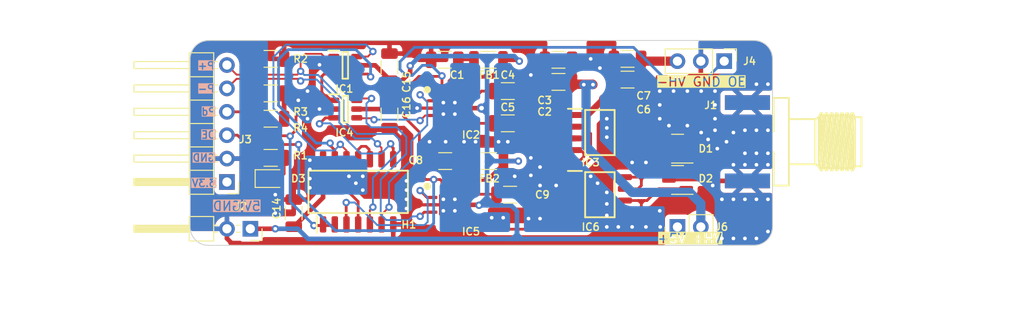
<source format=kicad_pcb>
(kicad_pcb (version 20221018) (generator pcbnew)
  (title_block (date "2024-02-11"))
  (layers (0 "F.Cu" signal) (31 "B.Cu" signal) (34 "B.Paste" user) (35 "F.Paste" user) (36 "B.SilkS" user "B.Silkscreen") (37 "F.SilkS" user "F.Silkscreen") (38 "B.Mask" user) (39 "F.Mask" user) (44 "Edge.Cuts" user))
  (net 0 "")
  (net 1 "GND")
  (net 2 "Net-(IC2-VDD1)")
  (net 3 "+5V")
  (net 4 "Net-(IC2-OUTA)")
  (net 5 "Net-(IC3-GP)")
  (net 6 "Net-(IC2-OUTB)")
  (net 7 "Net-(IC3-GN)")
  (net 8 "Net-(IC5-VDD1)")
  (net 9 "Net-(IC5-OUTA)")
  (net 10 "Net-(IC6-GP)")
  (net 11 "Net-(IC3-DP_1)")
  (net 12 "Net-(D1-A)")
  (net 13 "Net-(D1-K-Pad3)")
  (net 14 "Net-(IC6-DP_1)")
  (net 15 "Net-(D2-A)")
  (net 16 "Net-(D3-A)")
  (net 17 "Pdamp")
  (net 18 "DAMP")
  (net 19 "Net-(H1-2A)")
  (net 20 "P+")
  (net 21 "PULSE+")
  (net 22 "_PULSE-")
  (net 23 "P-")
  (net 24 "Net-(H1-3B)")
  (net 25 "Net-(H1-4A)")
  (net 26 "PULSE-")
  (net 27 "OE")
  (net 28 "~{DAMP}")
  (net 29 "Net-(IC5-OUTB)")
  (net 30 "+3.3V")
  (net 31 "-HV")
  (net 32 "+HV")
  (footprint "Connector_PinHeader_2.54mm:PinHeader_1x03_P2.54mm_Vertical" (layer "F.Cu") (at 156.75 66.75 -90)
    (fp_text reference "J4")
    (fp_text value "Conn_01x03_Pin")
  )
  (footprint "PMOD_PULSER:SN74LVC2G04DBV" (layer "F.Cu") (at 115.6 67.2)
    (fp_text reference "IC1")
    (fp_text value "SN74LVC2G04DBVT" hide)
  )
  (footprint "Capacitor_SMD:C_1206_3216Metric" (layer "F.Cu") (at 133.25 73.5)
    (fp_text reference "C5")
    (fp_text value "10nF")
  )
  (footprint "Resistor_SMD:R_1206_3216Metric" (layer "F.Cu") (at 107.5 70.25)
    (fp_text reference "R3")
    (fp_text value "10K")
  )
  (footprint "Capacitor_SMD:C_1206_3216Metric" (layer "F.Cu") (at 146.25 68.75)
    (fp_text reference "C6")
    (fp_text value "1uF")
  )
  (footprint "Package_TO_SOT_SMD:SOT-23" (layer "F.Cu") (at 151.6875 79.65 180)
    (fp_text reference "D2")
    (fp_text value "BAV99")
  )
  (footprint "Capacitor_SMD:C_1206_3216Metric" (layer "F.Cu") (at 146.25 66.5)
    (fp_text reference "C7")
    (fp_text value "100nF")
  )
  (footprint "PMOD_PULSER:MD1213" (layer "F.Cu") (at 126.9 71.85)
    (fp_text reference "IC2")
    (fp_text value "MD1213K6-G" hide)
  )
  (footprint "Package_TO_SOT_SMD:SOT-23" (layer "F.Cu") (at 151.6875 76.25 180)
    (fp_text reference "D1")
    (fp_text value "BAV99")
  )
  (footprint "Capacitor_SMD:C_1206_3216Metric" (layer "F.Cu") (at 120.4 67.4 90)
    (fp_text reference "C15")
    (fp_text value "100nF")
  )
  (footprint "PMOD_PULSER:AMPHENOL_132357-11" (layer "F.Cu") (at 160.85 75.5 180)
    (fp_text reference "J1")
    (fp_text value "AMPHENOL_132357-11" hide)
  )
  (footprint "Capacitor_SMD:C_1206_3216Metric" (layer "F.Cu") (at 133.25 70)
    (fp_text reference "C4")
    (fp_text value "10nF")
  )
  (footprint "Inductor_SMD:L_1206_3216Metric" (layer "F.Cu") (at 131.2 77.6 180)
    (fp_text reference "FB2")
    (fp_text value "120Ohm 3 A")
  )
  (footprint "Inductor_SMD:L_1206_3216Metric" (layer "F.Cu") (at 131.15 66.6 180)
    (fp_text reference "FB1")
    (fp_text value "120Ohm 3 A")
  )
  (footprint "Capacitor_SMD:C_1206_3216Metric" (layer "F.Cu") (at 110 83.25 90)
    (fp_text reference "C14")
    (fp_text value "100nF")
  )
  (footprint "Connector_PinHeader_2.54mm:PinHeader_1x02_P2.54mm_Vertical" (layer "F.Cu") (at 151.67 84.75 90)
    (fp_text reference "J6")
    (fp_text value "Conn_01x02_Pin")
  )
  (footprint "Resistor_SMD:R_1206_3216Metric" (layer "F.Cu") (at 107.5 66.5)
    (fp_text reference "R2")
    (fp_text value "10K")
  )
  (footprint "Resistor_SMD:R_1206_3216Metric" (layer "F.Cu") (at 107.5 73)
    (fp_text reference "R4")
    (fp_text value "10K")
  )
  (footprint "Capacitor_SMD:C_1206_3216Metric" (layer "F.Cu") (at 133.5 81.25)
    (fp_text reference "C9")
    (fp_text value "10nF")
  )
  (footprint "Connector_PinHeader_2.54mm:PinHeader_2x01_P2.54mm_Horizontal" (layer "F.Cu") (at 105.29 84.95 180)
    (fp_text reference "J2")
    (fp_text value "Conn_01x02")
  )
  (footprint "Capacitor_SMD:C_1206_3216Metric" (layer "F.Cu") (at 138.75 69)
    (fp_text reference "C2")
    (fp_text value "1uF")
  )
  (footprint "Capacitor_SMD:C_1206_3216Metric" (layer "F.Cu") (at 120.4 72.55 -90)
    (fp_text reference "C16")
    (fp_text value "100nF")
  )
  (footprint "PMOD_PULSER:SOIC127P600X175-8N" (layer "F.Cu") (at 143.25 81.25)
    (fp_text reference "IC6")
    (fp_text value "TC6320TG-G" hide)
  )
  (footprint "PMOD_PULSER:SOIC127P600X175-8N" (layer "F.Cu") (at 143.25 74.5)
    (fp_text reference "IC3")
    (fp_text value "TC6320TG-G" hide)
  )
  (footprint "Capacitor_SMD:C_1206_3216Metric" (layer "F.Cu") (at 126.45 77.6)
    (fp_text reference "C8")
    (fp_text value "100nF")
  )
  (footprint "PMOD_PULSER:SOIC127P780X190-14N" (layer "F.Cu") (at 117 80.938 90)
    (fp_text reference "H1")
    (fp_text value "TC74VHC08F_EL,K,F_" hide)
  )
  (footprint "Capacitor_SMD:C_1206_3216Metric" (layer "F.Cu") (at 138.75 66.6)
    (fp_text reference "C3")
    (fp_text value "100nF")
  )
  (footprint "Resistor_SMD:R_1206_3216Metric" (layer "F.Cu") (at 107.5 77.25)
    (fp_text reference "R1")
    (fp_text value "1K")
  )
  (footprint "Diode_SMD:D_0805_2012Metric" (layer "F.Cu") (at 107.5 79.5)
    (fp_text reference "D3")
    (fp_text value "LED_Filled")
  )
  (footprint "Connector_PinHeader_2.54mm:PinHeader_1x06_P2.54mm_Horizontal" (layer "F.Cu") (at 102.75 79.87 180)
    (fp_text reference "J3")
    (fp_text value "Conn_01x06")
  )
  (footprint "Capacitor_SMD:C_1206_3216Metric" (layer "F.Cu") (at 126.4 66.6)
    (fp_text reference "C1")
    (fp_text value "100nF")
  )
  (footprint "PMOD_PULSER:SN74LVC2G04DBV" (layer "F.Cu") (at 115.6 71.95)
    (fp_text reference "IC4")
    (fp_text value "SN74LVC2G04DBVT" hide)
  )
  (footprint "PMOD_PULSER:MD1213" (layer "F.Cu") (at 126.9 82.35)
    (fp_text reference "IC5")
    (fp_text value "MD1213K6-G" hide)
  )
  (gr_arc (start 160 64.5) (mid 161.414212 65.085787) (end 161.999998 66.5) (stroke (width 0.1)) (layer "Edge.Cuts"))
  (gr_arc (start 100.75 86.75) (mid 99.338923 86.167351) (end 98.750001 84.758881) (stroke (width 0.1)) (layer "Edge.Cuts"))
  (gr_line (start 160 86.75) (end 100.75 86.75) (stroke (width 0.1)) (layer "Edge.Cuts"))
  (gr_line (start 98.750001 84.758881) (end 98.75 66.5) (stroke (width 0.1)) (layer "Edge.Cuts"))
  (gr_line (start 100.75 64.5) (end 160 64.5) (stroke (width 0.1)) (layer "Edge.Cuts"))
  (gr_arc (start 162 84.750002) (mid 161.414213 86.164214) (end 160 86.75) (stroke (width 0.1)) (layer "Edge.Cuts"))
  (gr_arc (start 98.75 66.5) (mid 99.335786 65.085786) (end 100.75 64.5) (stroke (width 0.1)) (layer "Edge.Cuts"))
  (gr_line (start 161.999998 66.5) (end 162 84.750002) (stroke (width 0.1)) (layer "Edge.Cuts"))
  (gr_text "P+" (at 100.5 67.25) (layer "B.SilkS" knockout) (effects (font (size 0.8 0.8)) (justify mirror)))
  (gr_text "GND" (at 102.75 82.5) (layer "B.SilkS" knockout) (effects (font (size 1 1)) (justify mirror)))
  (gr_text "Pd" (at 100.75 72.25) (layer "B.SilkS" knockout) (effects (font (size 0.8 0.8)) (justify mirror)))
  (gr_text "5V" (at 105.5 82.5) (layer "B.SilkS" knockout) (effects (font (size 1 1)) (justify mirror)))
  (gr_text "GND" (at 100.25 77.25) (layer "B.SilkS" knockout) (effects (font (size 0.8 0.8)) (justify mirror)))
  (gr_text "OE" (at 100.75 74.75) (layer "B.SilkS" knockout) (effects (font (size 0.8 0.8)) (justify mirror)))
  (gr_text "3.3V" (at 100.25 80) (layer "B.SilkS" knockout) (effects (font (size 0.8 0.8)) (justify mirror)))
  (gr_text "P-" (at 100.5 69.75) (layer "B.SilkS" knockout) (effects (font (size 0.8 0.8)) (justify mirror)))
  (gr_text "-HV GND OE" (at 154.25 69) (layer "F.SilkS" knockout) (effects (font (size 1 1))))
  (gr_text "+5V +HV" (at 153 86) (layer "F.SilkS" knockout) (effects (font (size 1 1))))
  (segment (start 126.1 83.15) (end 126.875 82.375) (width 0.5) (layer "F.Cu") (net 1))
  (segment (start 127.7 84.2) (end 127.7 85.75) (width 0.35) (layer "F.Cu") (net 1))
  (segment (start 126.1 73.7) (end 126.1 75.25) (width 0.35) (layer "F.Cu") (net 1))
  (segment (start 125.05 82.35) (end 123.375 82.35) (width 0.35) (layer "F.Cu") (net 1))
  (segment (start 127.7 84.2) (end 127.7 83.15) (width 0.35) (layer "F.Cu") (net 1))
  (segment (start 119.05 64.75) (end 117.55 64.75) (width 0.5) (layer "F.Cu") (net 1))
  (segment (start 108.9625 70.25) (end 108.9625 73) (width 0.5) (layer "F.Cu") (net 1))
  (segment (start 120.4 64.8) (end 120.45 64.75) (width 0.5) (layer "F.Cu") (net 1))
  (segment (start 127.7 73.7) (end 127.7 72.65) (width 0.35) (layer "F.Cu") (net 1))
  (segment (start 120.475 74.025) (end 122.15 75.7) (width 0.5) (layer "F.Cu") (net 1))
  (segment (start 122.65 64.75) (end 122.8 64.9) (width 0.5) (layer "F.Cu") (net 1))
  (segment (start 126.9 84.2) (end 126.9 85.75) (width 0.35) (layer "F.Cu") (net 1))
  (segment (start 103.25 86.55) (end 106.89 86.55) (width 0.4) (layer "F.Cu") (net 1))
  (segment (start 135.75 68) (end 135.875 68) (width 0.3) (layer "F.Cu") (net 1))
  (segment (start 126.1 84.2) (end 126.1 83.15) (width 0.35) (layer "F.Cu") (net 1))
  (segment (start 143 66.5) (end 144.775 66.5) (width 0.5) (layer "F.Cu") (net 1))
  (segment (start 120.4 74.025) (end 120.475 74.025) (width 0.5) (layer "F.Cu") (net 1))
  (segment (start 119.05 64.75) (end 122.65 64.75) (width 0.5) (layer "F.Cu") (net 1))
  (segment (start 120.4 65.925) (end 120.4 64.8) (width 0.5) (layer "F.Cu") (net 1))
  (segment (start 123.375 82.35) (end 123.325 82.4) (width 0.3) (layer "F.Cu") (net 1))
  (segment (start 126.9 73.7) (end 126.9 72.65) (width 0.35) (layer "F.Cu") (net 1))
  (segment (start 126.1 84.2) (end 126.1 85.75) (width 0.35) (layer "F.Cu") (net 1))
  (segment (start 112.85 67.2) (end 112.8 67.15) (width 0.3) (layer "F.Cu") (net 1))
  (segment (start 159.275 79.75) (end 156 79.75) (width 0.5) (layer "F.Cu") (net 1))
  (segment (start 102.75 86) (end 103.25 86.5) (width 0.5) (layer "F.Cu") (net 1))
  (segment (start 126.1 73.7) (end 126.1 72.65) (width 0.35) (layer "F.Cu") (net 1))
  (segment (start 126.9 73.7) (end 126.9 75.25) (width 0.35) (layer "F.Cu") (net 1))
  (segment (start 120.0875 74.2) (end 117.7125 74.2) (width 0.5) (layer "F.Cu") (net 1))
  (segment (start 120.45 64.75) (end 119.05 64.75) (width 0.5) (layer "F.Cu") (net 1))
  (segment (start 117.55 64.75) (end 117.45 64.85) (width 0.5) (layer "F.Cu") (net 1))
  (segment (start 126.3 82.35) (end 125.25 82.35) (width 0.35) (layer "F.Cu") (net 1))
  (segment (start 102.75 84.95) (end 102.75 86) (width 0.5) (layer "F.Cu") (net 1))
  (segment (start 125.05 71.85) (end 126.1 71.85) (width 0.35) (layer "F.Cu") (net 1))
  (segment (start 126.9 84.2) (end 126.9 83.15) (width 0.35) (layer "F.Cu") (net 1))
  (segment (start 114.35 71.95) (end 112.8 71.95) (width 0.5) (layer "F.Cu") (net 1))
  (segment (start 125.05 71.85) (end 123.4 71.85) (width 0.35) (layer "F.Cu") (net 1))
  (segment (start 156 79.75) (end 155.5 80.25) (width 0.5) (layer "F.Cu") (net 1))
  (segment (start 127.7 73.7) (end 127.7 75.25) (width 0.35) (layer "F.Cu") (net 1))
  (segment (start 140.538 81.885) (end 140.135 81.885) (width 0.3) (layer "F.Cu") (net 1))
  (segment (start 126.875 82.375) (end 126.9 82.35) (width 0.5) (layer "F.Cu") (net 1))
  (segment (start 114.35 67.2) (end 112.85 67.2) (width 0.5) (layer "F.Cu") (net 1))
  (via (at 149.8 84.75) (size 0.8) (drill 0.4) (layers "F.Cu" "B.Cu") (net 1))
  (via (at 148.25 77.75) (size 0.8) (drill 0.4) (layers "F.Cu" "B.Cu") (net 1))
  (via (at 161.5 78) (size 0.8) (drill 0.4) (layers "F.Cu" "B.Cu") (net 1))
  (via (at 161.5 69.25) (size 0.8) (drill 0.4) (layers "F.Cu" "B.Cu") (net 1))
  (via (at 149.75 70) (size 0.8) (drill 0.4) (layers "F.Cu" "B.Cu") (net 1))
  (via (at 126.5 75.5) (size 0.8) (drill 0.4) (layers "F.Cu" "B.Cu") (net 1))
  (via (at 142.25 66.5) (size 0.8) (drill 0.4) (layers "F.Cu" "B.Cu") (net 1))
  (via (at 116 79.25) (size 0.8) (drill 0.4) (layers "F.Cu" "B.Cu") (net 1))
  (via (at 155.75 70) (size 0.8) (drill 0.4) (layers "F.Cu" "B.Cu") (net 1))
  (via (at 111.75 78.5) (size 0.8) (drill 0.4) (layers "F.Cu" "B.Cu") (net 1))
  (via (at 144 83.5) (size 0.8) (drill 0.4) (layers "F.Cu" "B.Cu") (net 1))
  (via (at 159 86) (size 0.8) (drill 0.4) (layers "F.Cu" "B.Cu") (net 1))
  (via (at 127.5 81.75) (size 0.8) (drill 0.4) (layers "F.Cu" "B.Cu") (net 1))
  (via (at 127.5 72.5) (size 0.8) (drill 0.4) (layers "F.Cu" "B.Cu") (net 1))
  (via (at 117.5 80.75) (size 0.8) (drill 0.4) (layers "F.Cu" "B.Cu") (net 1))
  (via (at 160.25 78) (size 0.8) (drill 0.4) (layers "F.Cu" "B.Cu") (net 1))
  (via (at 129.75 75.5) (size 0.8) (drill 0.4) (layers "F.Cu" "B.Cu") (net 1))
  (via (at 161.5 74.25) (size 0.8) (drill 0.4) (layers "F.Cu" "B.Cu") (net 1))
  (via (at 143.25 67.5) (size 0.8) (drill 0.4) (layers "F.Cu" "B.Cu") (net 1))
  (via (at 144 73) (size 0.8) (drill 0.4) (layers "F.Cu" "B.Cu") (net 1))
  (via (at 134 79.25) (size 0.8) (drill 0.4) (layers "F.Cu" "B.Cu") (net 1))
  (via (at 160.25 74.25) (size 0.8) (drill 0.4) (layers "F.Cu" "B.Cu") (net 1))
  (via (at 128.5 75.5) (size 0.8) (drill 0.4) (layers "F.Cu" "B.Cu") (net 1))
  (via (at 111.75 80.5) (size 0.8) (drill 0.4) (layers "F.Cu" "B.Cu") (net 1))
  (via (at 110.5 71) (size 0.8) (drill 0.4) (layers "F.Cu" "B.Cu") (net 1))
  (via (at 160.25 69.25) (size 0.8) (drill 0.4) (layers "F.Cu" "B.Cu") (net 1))
  (via (at 122.25 82.75) (size 0.8) (drill 0.4) (layers "F.Cu" "B.Cu") (net 1))
  (via (at 159 74.25) (size 0.8) (drill 0.4) (layers "F.Cu" "B.Cu") (net 1))
  (via (at 144 74) (size 0.8) (drill 0.4) (layers "F.Cu" "B.Cu") (net 1))
  (via (at 161.5 81.75) (size 0.8) (drill 0.4) (layers "F.Cu" "B.Cu") (net 1))
  (via (at 156 76.25) (size 0.8) (drill 0.4) (layers "F.Cu" "B.Cu") (net 1))
  (via (at 150.75 73.75) (size 0.8) (drill 0.4) (layers "F.Cu" "B.Cu") (net 1))
  (via (at 136.75 83.85) (size 0.8) (drill 0.4) (layers "F.Cu" "B.Cu") (net 1))
  (via (at 132.75 83.75) (size 0.8) (drill 0.4) (layers "F.Cu" "B.Cu") (net 1))
  (via (at 135.75 77.25) (size 0.8) (drill 0.4) (layers "F.Cu" "B.Cu") (net 1))
  (via (at 111.5 73) (size 0.8) (drill 0.4) (layers "F.Cu" "B.Cu") (net 1))
  (via (at 159 76.75) (size 0.8) (drill 0.4) (layers "F.Cu" "B.Cu") (net 1))
  (via (at 111.75 79.5) (size 0.8) (drill 0.4) (layers "F.Cu" "B.Cu") (net 1))
  (via (at 152.75 70) (size 0.8) (drill 0.4) (layers "F.Cu" "B.Cu") (net 1))
  (via (at 160.25 86) (size 0.8) (drill 0.4) (layers "F.Cu" "B.Cu") (net 1))
  (via (at 144 75) (size 0.8) (drill 0.4) (layers "F.Cu" "B.Cu") (net 1))
  (via (at 146.75 84.75) (size 0.8) (drill 0.4) (layers "F.Cu" "B.Cu") (net 1))
  (via (at 136.75 80.25) (size 0.8) (drill 0.4) (layers "F.Cu" "B.Cu") (net 1))
  (via (at 142.25 79.25) (size 0.8) (drill 0.4) (layers "F.Cu" "B.Cu") (net 1))
  (via (at 160.25 81.75) (size 0.8) (drill 0.4) (layers "F.Cu" "B.Cu") (net 1))
  (via (at 133.25 75.5) (size 0.8) (drill 0.4) (layers "F.Cu" "B.Cu") (net 1))
  (via (at 152.75 73.75) (size 0.8) (drill 0.4) (layers "F.Cu" "B.Cu") (net 1))
  (via (at 156.5 81.75) (size 0.8) (drill 0.4) (layers "F.Cu" "B.Cu") (net 1))
  (via (at 161.5 76.75) (size 0.8) (drill 0.4) (layers "F.Cu" "B.Cu") (net 1))
  (via (at 132.25 75.5) (size 0.8) (drill 0.4) (layers "F.Cu" "B.Cu") (net 1))
  (via (at 154.25 70) (size 0.8) (drill 0.4) (layers "F.Cu" "B.Cu") (net 1))
  (via (at 155.75 74.25) (size 0.8) (drill 0.4) (layers "F.Cu" "B.Cu") (net 1))
  (via (at 116.75 80) (size 0.8) (drill 0.4) (layers "F.Cu" "B.Cu") (net 1))
  (via (at 131.5 83.75) (size 0.8) (drill 0.4) (layers "F.Cu" "B.Cu") (net 1))
  (via (at 135.75 79.15) (size 0.8) (drill 0.4) (layers "F.Cu" "B.Cu") (net 1))
  (via (at 127.5 71.25) (size 0.8) (drill 0.4) (layers "F.Cu" "B.Cu") (net 1))
  (via (at 145.25 84.75) (size 0.8) (drill 0.4) (layers "F.Cu" "B.Cu") (net 1))
  (via (at 151.25 70) (size 0.8) (drill 0.4) (layers "F.Cu" "B.Cu") (net 1))
  (via (at 143 80) (size 0.8) (drill 0.4) (layers "F.Cu" "B.Cu") (net 1))
  (via (at 111.5 70) (size 0.8) (drill 0.4) (layers "F.Cu" "B.Cu") (net 1))
  (via (at 154.25 74.5) (size 0.8) (drill 0.4) (layers "F.Cu" "B.Cu") (net 1))
  (via (at 159 81.75) (size 0.8) (drill 0.4) (layers "F.Cu" "B.Cu") (net 1))
  (via (at 157 75.5) (size 0.8) (drill 0.4) (layers "F.Cu" "B.Cu") (net 1))
  (via (at 122.25 79.75) (size 0.8) (drill 0.4) (layers "F.Cu" "B.Cu") (net 1))
  (via (at 155.75 73) (size 0.8) (drill 0.4) (layers "F.Cu" "B.Cu") (net 1))
  (via (at 157.75 81.75) (size 0.8) (drill 0.4) (layers "F.Cu" "B.Cu") (net 1))
  (via (at 112.8 67.15) (size 0.8) (drill 0.4) (layers "F.Cu" "B.Cu") (net 1))
  (via (at 149.75 73) (size 0.8) (drill 0.4) (layers "F.Cu" "B.Cu") (net 1))
  (via (at 149.75 71.5) (size 0.8) (drill 0.4) (layers "F.Cu" "B.Cu") (net 1))
  (via (at 136.75 78.25) (size 0.8) (drill 0.4) (layers "F.Cu" "B.Cu") (net 1))
  (via (at 157.75 78) (size 0.8) (drill 0.4) (layers "F.Cu" "B.Cu") (net 1))
  (via (at 146.75 77.75) (size 0.8) (drill 0.4) (layers "F.Cu" "B.Cu") (net 1))
  (via (at 122.25 80.75) (size 0.8) (drill 0.4) (layers "F.Cu" "B.Cu") (net 1))
  (via (at 149.75 83) (size 0.8) (drill 0.4) (layers "F.Cu" "B.Cu") (net 1))
  (via (at 159 78) (size 0.8) (drill 0.4) (layers "F.Cu" "B.Cu") (net 1))
  (via (at 122.25 81.75) (size 0.8) (drill 0.4) (layers "F.Cu" "B.Cu") (net 1))
  (via (at 155.75 71.5) (size 0.8) (drill 0.4) (layers "F.Cu" "B.Cu") (net 1))
  (via (at 138.5 80.25) (size 0.8) (drill 0.4) (layers "F.Cu" "B.Cu") (net 1))
  (via (at 126.25 83) (size 0.8) (drill 0.4) (layers "F.Cu" "B.Cu") (net 1))
  (via (at 126.25 81.75) (size 0.8) (drill 0.4) (layers "F.Cu" "B.Cu") (net 1))
  (via (at 144 84.75) (size 0.8) (drill 0.4) (layers "F.Cu" "B.Cu") (net 1))
  (via (at 127.5 83) (size 0.8) (drill 0.4) (layers "F.Cu" "B.Cu") (net 1))
  (via (at 157.75 86) (size 0.8) (drill 0.4) (layers "F.Cu" "B.Cu") (net 1))
  (via (at 108 81.25) (size 0.8) (drill 0.4) (layers "F.Cu" "B.Cu") (net 1))
  (via (at 124.75 75.5) (size 0.8) (drill 0.4) (layers "F.Cu" "B.Cu") (net 1))
  (via (at 144 82.25) (size 0.8) (drill 0.4) (layers "F.Cu" "B.Cu") (net 1))
  (via (at 155.5 80.25) (size 0.8) (drill 0.4) (layers "F.Cu" "B.Cu") (net 1))
  (via (at 135.5 83.85) (size 0.8) (drill 0.4) (layers "F.Cu" "B.Cu") (net 1))
  (via (at 126.25 72.5) (size 0.8) (drill 0.4) (layers "F.Cu" "B.Cu") (net 1))
  (via (at 108 83.25) (size 0.8) (drill 0.4) (layers "F.Cu" "B.Cu") (net 1))
  (via (at 156.5 86) (size 0.8) (drill 0.4) (layers "F.Cu" "B.Cu") (net 1))
  (via (at 112.8 71.95) (size 0.8) (drill 0.4) (layers "F.Cu" "B.Cu") (net 1))
  (via (at 160.25 76.75) (size 0.8) (drill 0.4) (layers "F.Cu" "B.Cu") (net 1))
  (via (at 135.75 68.25) (size 0.8) (drill 0.4) (layers "F.Cu" "B.Cu") (net 1))
  (via (at 161.5 85.25) (size 0.8) (drill 0.4) (layers "F.Cu" "B.Cu") (net 1))
  (via (at 111.75 77.5) (size 0.8) (drill 0.4) (layers "F.Cu" "B.Cu") (net 1))
  (via (at 123.4 71.85) (size 0.8) (drill 0.4) (layers "F.Cu" "B.Cu") (net 1))
  (via (at 157.75 74.5) (size 0.8) (drill 0.4) (layers "F.Cu" "B.Cu") (net 1))
  (via (at 155 75.25) (size 0.8) (drill 0.4) (layers "F.Cu" "B.Cu") (net 1))
  (via (at 117.5 79.25) (size 0.8) (drill 0.4) (layers "F.Cu" "B.Cu") (net 1))
  (via (at 126.25 71.25) (size 0.8) (drill 0.4) (layers "F.Cu" "B.Cu") (net 1))
  (via (at 148.25 84.75) (size 0.8) (drill 0.4) (layers "F.Cu" "B.Cu") (net 1))
  (via (at 144 81) (size 0.8) (drill 0.4) (layers "F.Cu" "B.Cu") (net 1))
  (segment (start 126.9 70) (end 126.9 68.9) (width 0.35) (layer "F.Cu") (net 2))
  (segment (start 126.9 68.9) (end 127.875 67.925) (width 0.35) (layer "F.Cu") (net 2))
  (segment (start 127.875 67.925) (end 127.875 66.6) (width 0.35) (layer "F.Cu") (net 2))
  (segment (start 127.875 66.6) (end 129.575 66.6) (width 0.3) (layer "F.Cu") (net 2))
  (segment (start 132.725 67.275) (end 131.6 68.4) (width 0.5) (layer "F.Cu") (net 3))
  (segment (start 116.85 71.95) (end 119.525 71.95) (width 0.5) (layer "F.Cu") (net 3))
  (segment (start 109.775 84.95) (end 110 84.725) (width 0.5) (layer "F.Cu") (net 3))
  (segment (start 120.4 68.875) (end 120.4 71.075) (width 0.5) (layer "F.Cu") (net 3))
  (segment (start 108 84.95) (end 105.29 84.95) (width 0.5) (layer "F.Cu") (net 3))
  (segment (start 128.325 79.6) (end 127.825 80.1) (width 0.5) (layer "F.Cu") (net 3))
  (segment (start 131.15 79.6) (end 128.325 79.6) (width 0.5) (layer "F.Cu") (net 3))
  (segment (start 119.525 71.95) (end 120.4 71.075) (width 0.5) (layer "F.Cu") (net 3))
  (segment (start 118.85 67.2) (end 116.85 67.2) (width 0.5) (layer "F.Cu") (net 3))
  (segment (start 127.7 69.7) (end 127.7 69.975) (width 0.5) (layer "F.Cu") (net 3))
  (segment (start 134.35 66.6) (end 132.725 66.6) (width 0.5) (layer "F.Cu") (net 3))
  (segment (start 120.4 68.875) (end 120.4 68.75) (width 0.5) (layer "F.Cu") (net 3))
  (segment (start 110.025 84.725) (end 113.19 81.56) (width 0.5) (layer "F.Cu") (net 3))
  (segment (start 132.775 77.975) (end 131.15 79.6) (width 0.5) (layer "F.Cu") (net 3))
  (segment (start 113.19 81.56) (end 113.19 77.4) (width 0.5) (layer "F.Cu") (net 3))
  (segment (start 122.65 67.95) (end 121.725 68.875) (width 0.5) (layer "F.Cu") (net 3))
  (segment (start 132.775 77.6) (end 132.775 77.975) (width 0.5) (layer "F.Cu") (net 3))
  (segment (start 132.725 66.6) (end 132.725 67.275) (width 0.5) (layer "F.Cu") (net 3))
  (segment (start 128.75 82.35) (end 130.075 82.35) (width 0.5) (layer "F.Cu") (net 3))
  (segment (start 122.65 67.25) (end 122.65 67.95) (width 0.5) (layer "F.Cu") (net 3))
  (segment (start 128.75 71.85) (end 130.4 71.85) (width 0.5) (layer "F.Cu") (net 3))
  (segment (start 108 84.95) (end 109.775 84.95) (width 0.5) (layer "F.Cu") (net 3))
  (segment (start 129 68.4) (end 127.7 69.7) (width 0.5) (layer "F.Cu") (net 3))
  (segment (start 110 84.725) (end 110.025 84.725) (width 0.5) (layer "F.Cu") (net 3))
  (segment (start 105.29 84.95) (end 105.565 84.675) (width 0.5) (layer "F.Cu") (net 3))
  (segment (start 134.5 66.75) (end 134.35 66.6) (width 0.5) (layer "F.Cu") (net 3))
  (segment (start 127.825 80.1) (end 127.825 80.5) (width 0.5) (layer "F.Cu") (net 3))
  (segment (start 131.6 68.4) (end 129 68.4) (width 0.5) (layer "F.Cu") (net 3))
  (segment (start 132.775 77.6) (end 134.4 77.6) (width 0.5) (layer "F.Cu") (net 3))
  (segment (start 120.4 68.75) (end 118.85 67.2) (width 0.5) (layer "F.Cu") (net 3))
  (segment (start 130.075 82.35) (end 130.125 82.4) (width 0.5) (layer "F.Cu") (net 3))
  (segment (start 121.725 68.875) (end 120.4 68.875) (width 0.5) (layer "F.Cu") (net 3))
  (via (at 130.125 82.4) (size 0.8) (drill 0.4) (layers "F.Cu" "B.Cu") (net 3))
  (via (at 134.5 66.75) (size 0.8) (drill 0.4) (layers "F.Cu" "B.Cu") (net 3))
  (via (at 122.65 67.25) (size 0.8) (drill 0.4) (layers "F.Cu" "B.Cu") (net 3))
  (via (at 108 84.95) (size 0.8) (drill 0.4) (layers "F.Cu" "B.Cu") (net 3))
  (via (at 130.4 71.85) (size 1) (drill 0.5) (layers "F.Cu" "B.Cu") (net 3))
  (via (at 134.4 77.6) (size 0.8) (drill 0.4) (layers "F.Cu" "B.Cu") (net 3))
  (segment (start 131 66.95) (end 131.75 66.2) (width 0.5) (layer "B.Cu") (net 3))
  (segment (start 133.6 82.4) (end 134.25 83.05) (width 0.5) (layer "B.Cu") (net 3))
  (segment (start 133.95 66.2) (end 131.75 66.2) (width 0.5) (layer "B.Cu") (net 3))
  (segment (start 108 84.95) (end 110.45 84.95) (width 0.5) (layer "B.Cu") (net 3))
  (segment (start 134.4 66.85) (end 134.5 66.75) (width 0.5) (layer "B.Cu") (net 3))
  (segment (start 131 71) (end 131 72.5) (width 0.5) (layer "B.Cu") (net 3))
  (segment (start 111.55 86.05) (end 133.55 86.05) (width 0.5) (layer "B.Cu") (net 3))
  (segment (start 150.37 86.05) (end 151.75 84.67) (width 0.5) (layer "B.Cu") (net 3))
  (segment (start 134.25 86.05) (end 134.3 86.05) (width 0.5) (layer "B.Cu") (net 3))
  (segment (start 131 81.25) (end 131 81.525) (width 0.5) (layer "B.Cu") (net 3))
  (segment (start 131 81.5) (end 131 82.4) (width 0.5) (layer "B.Cu") (net 3))
  (segment (start 131.8 82.4) (end 133.6 82.4) (width 0.5) (layer "B.Cu") (net 3))
  (segment (start 131 81.6) (end 131.8 82.4) (width 0.5) (layer "B.Cu") (net 3))
  (segment (start 131.75 77.6) (end 131.05 77.6) (width 0.5) (layer "B.Cu") (net 3))
  (segment (start 134.25 85.5) (end 134.25 86.05) (width 0.5) (layer "B.Cu") (net 3))
  (segment (start 134.25 85.25) (end 134.25 85.5) (width 0.5) (layer "B.Cu") (net 3))
  (segment (start 131.6 77.6) (end 131 78.2) (width 0.5) (layer "B.Cu") (net 3))
  (segment (start 131 76.85) (end 131 77.65) (width 0.5) (layer "B.Cu") (net 3))
  (segment (start 131 81.5) (end 131 81.6) (width 0.5) (layer "B.Cu") (net 3))
  (segment (start 131.75 77.6) (end 131 76.85) (width 0.5) (layer "B.Cu") (net 3))
  (segment (start 134.25 85.55) (end 134.75 86.05) (width 0.5) (layer "B.Cu") (net 3))
  (segment (start 134.25 85.55) (end 133.75 86.05) (width 0.5) (layer "B.Cu") (net 3))
  (segment (start 130.5 82.4) (end 131 82.4) (width 0.5) (layer "B.Cu") (net 3))
  (segment (start 131 66.2) (end 131 67) (width 0.5) (layer "B.Cu") (net 3))
  (segment (start 131 67) (end 131 71) (width 0.5) (layer "B.Cu") (net 3))
  (segment (start 131.05 77.6) (end 131 77.65) (width 0.5) (layer "B.Cu") (net 3))
  (segment (start 130.4 71.9) (end 131 72.5) (width 0.5) (layer "B.Cu") (net 3))
  (segment (start 134.25 85.5) (end 134.25 85.55) (width 0.5) (layer "B.Cu") (net 3))
  (segment (start 131 81.525) (end 130.125 82.4) (width 0.5) (layer "B.Cu") (net 3))
  (segment (start 130.4 71.85) (end 130.4 71.9) (width 0.5) (layer "B.Cu") (net 3))
  (segment (start 131 78.2) (end 131 81.5) (width 0.5) (layer "B.Cu") (net 3))
  (segment (start 130.25 66.2) (end 123.7 66.2) (width 0.5) (layer "B.Cu") (net 3))
  (segment (start 134.4 77.6) (end 131.75 77.6) (width 0.5) (layer "B.Cu") (net 3))
  (segment (start 134.5 66.75) (end 133.95 66.2) (width 0.5) (layer "B.Cu") (net 3))
  (segment (start 130.125 82.4) (end 130.5 82.4) (width 0.5) (layer "B.Cu") (net 3))
  (segment (start 134.25 83.05) (end 134.25 85.25) (width 0.5) (layer "B.Cu") (net 3))
  (segment (start 131.75 66.2) (end 130.25 66.2) (width 0.5) (layer "B.Cu") (net 3))
  (segment (start 131 71.25) (end 131 71) (width 0.5) (layer "B.Cu") (net 3))
  (segment (start 110.45 84.95) (end 111.55 86.05) (width 0.5) (layer "B.Cu") (net 3))
  (segment (start 131 66.95) (end 130.25 66.2) (width 0.5) (layer "B.Cu") (net 3))
  (segment (start 123.7 66.2) (end 122.65 67.25) (width 0.5) (layer "B.Cu") (net 3))
  (segment (start 134.75 86.05) (end 150.37 86.05) (width 0.5) (layer "B.Cu") (net 3))
  (segment (start 131 72.5) (end 131 76.85) (width 0.5) (layer "B.Cu") (net 3))
  (segment (start 131 67) (end 131 66.95) (width 0.5) (layer "B.Cu") (net 3))
  (segment (start 130.4 71.85) (end 131 71.25) (width 0.5) (layer "B.Cu") (net 3))
  (segment (start 133.75 86.05) (end 134.75 86.05) (width 0.5) (layer "B.Cu") (net 3))
  (segment (start 134.25 85.25) (end 134.25 85.55) (width 0.5) (layer "B.Cu") (net 3))
  (segment (start 133.55 86.05) (end 133.75 86.05) (width 0.5) (layer "B.Cu") (net 3))
  (segment (start 131 77.65) (end 131 78.2) (width 0.5) (layer "B.Cu") (net 3))
  (segment (start 131 82.4) (end 131.8 82.4) (width 0.5) (layer "B.Cu") (net 3))
  (segment (start 131.75 77.6) (end 131.6 77.6) (width 0.5) (layer "B.Cu") (net 3))
  (segment (start 128.75 71.05) (end 129.35 71.05) (width 0.3) (layer "F.Cu") (net 4))
  (segment (start 129.35 71.05) (end 130.4 70) (width 0.3) (layer "F.Cu") (net 4))
  (segment (start 130.4 70) (end 131.775 70) (width 0.3) (layer "F.Cu") (net 4))
  (segment (start 141.5 76.75) (end 141.5 77.125) (width 0.3) (layer "F.Cu") (net 5))
  (segment (start 141.155 76.405) (end 141.5 76.75) (width 0.3) (layer "F.Cu") (net 5))
  (segment (start 141.125 77.5) (end 138.5 77.5) (width 0.3) (layer "F.Cu") (net 5))
  (segment (start 138.5 77.5) (end 136 75) (width 0.3) (layer "F.Cu") (net 5))
  (segment (start 140.538 76.405) (end 141.155 76.405) (width 0.3) (layer "F.Cu") (net 5))
  (segment (start 134.725 70.225) (end 134.725 70) (width 0.3) (layer "F.Cu") (net 5))
  (segment (start 141.5 77.125) (end 141.125 77.5) (width 0.3) (layer "F.Cu") (net 5))
  (segment (start 136 71.5) (end 134.725 70.225) (width 0.3) (layer "F.Cu") (net 5))
  (segment (start 136 75) (end 136 71.5) (width 0.3) (layer "F.Cu") (net 5))
  (segment (start 130.1 73.5) (end 131.775 73.5) (width 0.3) (layer "F.Cu") (net 6))
  (segment (start 129.25 72.65) (end 130.1 73.5) (width 0.3) (layer "F.Cu") (net 6))
  (segment (start 128.75 72.65) (end 129.25 72.65) (width 0.3) (layer "F.Cu") (net 6))
  (segment (start 135.25 75.25) (end 135.25 74.025) (width 0.3) (layer "F.Cu") (net 7))
  (segment (start 142.25 74.625) (end 142.25 77.25) (width 0.3) (layer "F.Cu") (net 7))
  (segment (start 142.25 77.25) (end 141.25 78.25) (width 0.3) (layer "F.Cu") (net 7))
  (segment (start 141.25 78.25) (end 138.25 78.25) (width 0.3) (layer "F.Cu") (net 7))
  (segment (start 138.25 78.25) (end 135.25 75.25) (width 0.3) (layer "F.Cu") (net 7))
  (segment (start 135.25 74.025) (end 134.725 73.5) (width 0.3) (layer "F.Cu") (net 7))
  (segment (start 140.538 73.865) (end 141.49 73.865) (width 0.3) (layer "F.Cu") (net 7))
  (segment (start 141.49 73.865) (end 142.25 74.625) (width 0.3) (layer "F.Cu") (net 7))
  (segment (start 126.9 79.725) (end 127.925 78.7) (width 0.3) (layer "F.Cu") (net 8))
  (segment (start 127.925 77.6) (end 129.625 77.6) (width 0.5) (layer "F.Cu") (net 8))
  (segment (start 127.925 78.7) (end 127.925 77.6) (width 0.3) (layer "F.Cu") (net 8))
  (segment (start 126.9 80.5) (end 126.9 79.725) (width 0.3) (layer "F.Cu") (net 8))
  (segment (start 129.8 81.2) (end 131.975 81.2) (width 0.3) (layer "F.Cu") (net 9))
  (segment (start 128.75 81.55) (end 129.45 81.55) (width 0.3) (layer "F.Cu") (net 9))
  (segment (start 129.45 81.55) (end 129.8 81.2) (width 0.3) (layer "F.Cu") (net 9))
  (segment (start 131.975 81.2) (end 132.025 81.25) (width 0.3) (layer "F.Cu") (net 9))
  (segment (start 141.405 83.155) (end 141.75 83.5) (width 0.3) (layer "F.Cu") (net 10))
  (segment (start 141.75 83.5) (end 141.75 84) (width 0.3) (layer "F.Cu") (net 10))
  (segment (start 141.75 84) (end 141.5 84.25) (width 0.3) (layer "F.Cu") (net 10))
  (segment (start 135.85 81.25) (end 134.975 81.25) (width 0.3) (layer "F.Cu") (net 10))
  (segment (start 140.538 83.155) (end 141.405 83.155) (width 0.3) (layer "F.Cu") (net 10))
  (segment (start 138.85 84.25) (end 135.85 81.25) (width 0.3) (layer "F.Cu") (net 10))
  (segment (start 141.5 84.25) (end 138.85 84.25) (width 0.3) (layer "F.Cu") (net 10))
  (segment (start 152.625 77.2) (end 149.6 77.2) (width 0.3) (layer "F.Cu") (net 11))
  (segment (start 148.805 76.405) (end 148 76.405) (width 0.3) (layer "F.Cu") (net 11))
  (segment (start 147.75 76.155) (end 147.5 76.405) (width 0.3) (layer "F.Cu") (net 11))
  (segment (start 148 76.405) (end 147.75 76.405) (width 0.3) (layer "F.Cu") (net 11))
  (segment (start 147.75 76.155) (end 148 76.405) (width 0.3) (layer "F.Cu") (net 11))
  (segment (start 147.5 76.405) (end 145.962 76.405) (width 0.3) (layer "F.Cu") (net 11))
  (segment (start 147.385 75.135) (end 147.75 75.5) (width 0.3) (layer "F.Cu") (net 11))
  (segment (start 147.75 76) (end 147.75 76.155) (width 0.3) (layer "F.Cu") (net 11))
  (segment (start 147.75 76.405) (end 147.5 76.405) (width 0.3) (layer "F.Cu") (net 11))
  (segment (start 147.75 76) (end 147.75 76.405) (width 0.3) (layer "F.Cu") (net 11))
  (segment (start 149.6 77.2) (end 148.805 76.405) (width 0.3) (layer "F.Cu") (net 11))
  (segment (start 145.962 75.135) (end 147.385 75.135) (width 0.3) (layer "F.Cu") (net 11))
  (segment (start 147.75 75.5) (end 147.75 76) (width 0.3) (layer "F.Cu") (net 11))
  (segment (start 148 73.865) (end 147.75 73.865) (width 0.3) (layer "F.Cu") (net 12))
  (segment (start 147.75 73.615) (end 147.5 73.865) (width 0.3) (layer "F.Cu") (net 12))
  (segment (start 147.5 73.865) (end 145.962 73.865) (width 0.3) (layer "F.Cu") (net 12))
  (segment (start 147.75 73.5) (end 147.75 73.865) (width 0.3) (layer "F.Cu") (net 12))
  (segment (start 147.75 73) (end 147.75 73.5) (width 0.3) (layer "F.Cu") (net 12))
  (segment (start 152.625 75.3) (end 150.05 75.3) (width 0.3) (layer "F.Cu") (net 12))
  (segment (start 145.962 72.595) (end 147.345 72.595) (width 0.3) (layer "F.Cu") (net 12))
  (segment (start 148.615 73.865) (end 148 73.865) (width 0.3) (layer "F.Cu") (net 12))
  (segment (start 147.75 73.865) (end 147.5 73.865) (width 0.3) (layer "F.Cu") (net 12))
  (segment (start 150.05 75.3) (end 148.615 73.865) (width 0.3) (layer "F.Cu") (net 12))
  (segment (start 147.345 72.595) (end 147.75 73) (width 0.3) (layer "F.Cu") (net 12))
  (segment (start 147.75 73.615) (end 148 73.865) (width 0.3) (layer "F.Cu") (net 12))
  (segment (start 147.75 73.5) (end 147.75 73.615) (width 0.3) (layer "F.Cu") (net 12))
  (segment (start 155.5 78) (end 155.25 77.75) (width 0.3) (layer "F.Cu") (net 13))
  (segment (start 158.65 75.5) (end 160.85 75.5) (width 0.3) (layer "F.Cu") (net 13))
  (segment (start 154.475 79.65) (end 155.25 78.875) (width 0.3) (layer "F.Cu") (net 13))
  (segment (start 155.25 77.75) (end 155.25 77) (width 0.3) (layer "F.Cu") (net 13))
  (segment (start 155.25 78.25) (end 155.25 77.75) (width 0.3) (layer "F.Cu") (net 13))
  (segment (start 155.5 78) (end 156.15 78) (width 0.3) (layer "F.Cu") (net 13))
  (segment (start 154.5 76.25) (end 150.75 76.25) (width 0.3) (layer "F.Cu") (net 13))
  (segment (start 155.25 78) (end 155.5 78) (width 0.3) (layer "F.Cu") (net 13))
  (segment (start 155.5 78) (end 155.25 78.25) (width 0.3) (layer "F.Cu") (net 13))
  (segment (start 150.75 79.65) (end 154.475 79.65) (width 0.3) (layer "F.Cu") (net 13))
  (segment (start 156.15 78) (end 158.65 75.5) (width 0.3) (layer "F.Cu") (net 13))
  (segment (start 155.25 78.875) (end 155.25 78.25) (width 0.3) (layer "F.Cu") (net 13))
  (segment (start 155.25 77) (end 154.5 76.25) (width 0.3) (layer "F.Cu") (net 13))
  (segment (start 148.05 81.9) (end 147.75 82.2) (width 0.3) (layer "F.Cu") (net 14))
  (segment (start 147.75 81.885) (end 148.05 81.885) (width 0.3) (layer "F.Cu") (net 14))
  (segment (start 148.05 81.885) (end 148.365 81.885) (width 0.3) (layer "F.Cu") (net 14))
  (segment (start 148.05 81.885) (end 148.05 81.9) (width 0.3) (layer "F.Cu") (net 14))
  (segment (start 148.365 81.885) (end 149.65 80.6) (width 0.3) (layer "F.Cu") (net 14))
  (segment (start 145.962 81.885) (end 147.45 81.885) (width 0.3) (layer "F.Cu") (net 14))
  (segment (start 147.75 82.2) (end 147.75 81.885) (width 0.3) (layer "F.Cu") (net 14))
  (segment (start 147.45 81.9) (end 147.75 82.2) (width 0.3) (layer "F.Cu") (net 14))
  (segment (start 147.45 81.885) (end 147.75 81.885) (width 0.3) (layer "F.Cu") (net 14))
  (segment (start 147.45 81.885) (end 147.45 81.9) (width 0.3) (layer "F.Cu") (net 14))
  (segment (start 147.345 83.155) (end 147.75 82.75) (width 0.3) (layer "F.Cu") (net 14))
  (segment (start 145.962 83.155) (end 147.345 83.155) (width 0.3) (layer "F.Cu") (net 14))
  (segment (start 147.75 82.75) (end 147.75 82.2) (width 0.3) (layer "F.Cu") (net 14))
  (segment (start 149.65 80.6) (end 152.625 80.6) (width 0.3) (layer "F.Cu") (net 14))
  (segment (start 147.75 79.75) (end 147.75 79.595) (width 0.3) (layer "F.Cu") (net 15))
  (segment (start 148 79.345) (end 147.75 79.345) (width 0.3) (layer "F.Cu") (net 15))
  (segment (start 147.75 79.345) (end 147.5 79.345) (width 0.3) (layer "F.Cu") (net 15))
  (segment (start 147.75 80.25) (end 147.75 79.75) (width 0.3) (layer "F.Cu") (net 15))
  (segment (start 147.5 79.345) (end 145.962 79.345) (width 0.3) (layer "F.Cu") (net 15))
  (segment (start 148.855 79.345) (end 148 79.345) (width 0.3) (layer "F.Cu") (net 15))
  (segment (start 152.625 78.7) (end 149.5 78.7) (width 0.3) (layer "F.Cu") (net 15))
  (segment (start 145.962 80.615) (end 147.385 80.615) (width 0.3) (layer "F.Cu") (net 15))
  (segment (start 147.75 79.75) (end 147.75 79.345) (width 0.3) (layer "F.Cu") (net 15))
  (segment (start 147.75 79.595) (end 147.5 79.345) (width 0.3) (layer "F.Cu") (net 15))
  (segment (start 147.385 80.615) (end 147.75 80.25) (width 0.3) (layer "F.Cu") (net 15))
  (segment (start 147.75 79.595) (end 148 79.345) (width 0.3) (layer "F.Cu") (net 15))
  (segment (start 149.5 78.7) (end 148.855 79.345) (width 0.3) (layer "F.Cu") (net 15))
  (segment (start 108.9625 78.975) (end 108.9625 77.25) (width 0.3) (layer "F.Cu") (net 16))
  (segment (start 108.4375 79.5) (end 108.9625 78.975) (width 0.3) (layer "F.Cu") (net 16))
  (segment (start 113.05 70.05) (end 113.05 70.15) (width 0.3) (layer "F.Cu") (net 17))
  (segment (start 113.4 70.5) (end 113.05 70.5) (width 0.3) (layer "F.Cu") (net 17))
  (segment (start 109.6125 74.875) (end 110.25 74.2375) (width 0.3) (layer "F.Cu") (net 17))
  (segment (start 109.575 74.85) (end 107.35 74.85) (width 0.3) (layer "F.Cu") (net 17))
  (segment (start 102.75 72.25) (end 105.2875 72.25) (width 0.3) (layer "F.Cu") (net 17))
  (segment (start 112.2 84.6) (end 113.066 84.6) (width 0.3) (layer "F.Cu") (net 17))
  (segment (start 106.0375 73.5375) (end 106.0375 73) (width 0.3) (layer "F.Cu") (net 17))
  (segment (start 114.35 68.15) (end 113.3 68.15) (width 0.3) (layer "F.Cu") (net 17))
  (segment (start 113.3 68.15) (end 113.05 68.4) (width 0.3) (layer "F.Cu") (net 17))
  (segment (start 109.6125 74.8875) (end 109.6125 74.875) (width 0.3) (layer "F.Cu") (net 17))
  (segment (start 113.066 84.6) (end 113.19 84.476) (width 0.3) (layer "F.Cu") (net 17))
  (segment (start 113.05 70.05) (end 113.05 70.5) (width 0.3) (layer "F.Cu") (net 17))
  (segment (start 107.35 74.85) (end 106.0375 73.5375) (width 0.3) (layer "F.Cu") (net 17))
  (segment (start 112.2 84.6) (end 114.336 84.6) (width 0.3) (layer "F.Cu") (net 17))
  (segment (start 113.05 68.4) (end 113.05 70.05) (width 0.3) (layer "F.Cu") (net 17))
  (segment (start 114.336 84.6) (end 114.46 84.476) (width 0.3) (layer "F.Cu") (net 17))
  (segment (start 109.6125 74.8875) (end 109.575 74.85) (width 0.3) (layer "F.Cu") (net 17))
  (segment (start 110.25 72.75) (end 112.5 70.5) (width 0.3) (layer "F.Cu") (net 17))
  (segment (start 114.05 71) (end 113.55 70.5) (width 0.3) (layer "F.Cu") (net 17))
  (segment (start 112.5 70.5) (end 112.7 70.5) (width 0.3) (layer "F.Cu") (net 17))
  (segment (start 114.35 71) (end 114.05 71) (width 0.3) (layer "F.Cu") (net 17))
  (segment (start 113.05 70.15) (end 113.4 70.5) (width 0.3) (layer "F.Cu") (net 17))
  (segment (start 113.55 70.5) (end 113.4 70.5) (width 0.3) (layer "F.Cu") (net 17))
  (segment (start 113.05 70.15) (end 112.7 70.5) (width 0.3) (layer "F.Cu") (net 17))
  (segment (start 110.25 74.2375) (end 110.25 72.75) (width 0.3) (layer "F.Cu") (net 17))
  (segment (start 105.2875 72.25) (end 106.0375 73) (width 0.3) (layer "F.Cu") (net 17))
  (segment (start 112.7 70.5) (end 113.05 70.5) (width 0.3) (layer "F.Cu") (net 17))
  (via (at 112.2 84.6) (size 0.8) (drill 0.4) (layers "F.Cu" "B.Cu") (net 17))
  (via (at 109.6125 74.8875) (size 0.8) (drill 0.4) (layers "F.Cu" "B.Cu") (net 17))
  (segment (start 103 72.5) (end 102.75 72.25) (width 0.3) (layer "B.Cu") (net 17))
  (segment (start 109.6125 74.8875) (end 109.6125 82.0125) (width 0.3) (layer "B.Cu") (net 17))
  (segment (start 109.6125 82.0125) (end 112.2 84.6) (width 0.3) (layer "B.Cu") (net 17))
  (segment (start 124.475 81.55) (end 125.05 81.55) (width 0.3) (layer "F.Cu") (net 18))
  (segment (start 115.748 84.458) (end 115.73 84.476) (width 0.3) (layer "F.Cu") (net 18))
  (segment (start 115.7 82.1) (end 115.7 84.446) (width 0.3) (layer "F.Cu") (net 18))
  (segment (start 115.7 84.446) (end 115.73 84.476) (width 0.3) (layer "F.Cu") (net 18))
  (segment (start 123.725 80.8) (end 124.475 81.55) (width 0.3) (layer "F.Cu") (net 18))
  (via (at 123.725 80.8) (size 0.8) (drill 0.4) (layers "F.Cu" "B.Cu") (net 18))
  (via (at 115.7 82.1) (size 0.8) (drill 0.4) (layers "F.Cu" "B.Cu") (net 18))
  (segment (start 124.55 84.2) (end 124.2 84.55) (width 0.2) (layer "B.Cu") (net 18))
  (segment (start 119.075 84.55) (end 116.625 82.1) (width 0.2) (layer "B.Cu") (net 18))
  (segment (start 123.8 80.8) (end 124.55 81.55) (width 0.2) (layer "B.Cu") (net 18))
  (segment (start 123.725 80.8) (end 123.8 80.8) (width 0.2) (layer "B.Cu") (net 18))
  (segment (start 124.2 84.55) (end 119.075 84.55) (width 0.2) (layer "B.Cu") (net 18))
  (segment (start 116.625 82.1) (end 115.7 82.1) (width 0.2) (layer "B.Cu") (net 18))
  (segment (start 124.55 81.55) (end 124.55 84.2) (width 0.2) (layer "B.Cu") (net 18))
  (segment (start 113.95 75.65) (end 113.95 75.9) (width 0.3) (layer "F.Cu") (net 19))
  (segment (start 118.35 68.45) (end 118.05 68.15) (width 0.3) (layer "F.Cu") (net 19))
  (segment (start 117 82) (end 114.46 79.46) (width 0.3) (layer "F.Cu") (net 19))
  (segment (start 117 84.476) (end 117 82) (width 0.3) (layer "F.Cu") (net 19))
  (segment (start 114.46 79.46) (end 114.46 77.4) (width 0.3) (layer "F.Cu") (net 19))
  (segment (start 113.95 75.9) (end 114.46 76.41) (width 0.3) (layer "F.Cu") (net 19))
  (segment (start 118.05 68.15) (end 116.85 68.15) (width 0.3) (layer "F.Cu") (net 19))
  (segment (start 114.46 76.41) (end 114.46 77.4) (width 0.3) (layer "F.Cu") (net 19))
  (via (at 118.35 68.45) (size 0.8) (drill 0.4) (layers "F.Cu" "B.Cu") (net 19))
  (via (at 113.95 75.65) (size 0.8) (drill 0.4) (layers "F.Cu" "B.Cu") (net 19))
  (segment (start 109.4 65.5) (end 108.35 66.55) (width 0.3) (layer "B.Cu") (net 19))
  (segment (start 112.45 75.65) (end 113.95 75.65) (width 0.3) (layer "B.Cu") (net 19))
  (segment (start 118.35 67.1) (end 116.75 65.5) (width 0.3) (layer "B.Cu") (net 19))
  (segment (start 108.35 66.55) (end 108.35 71.55) (width 0.3) (layer "B.Cu") (net 19))
  (segment (start 116.75 65.5) (end 109.4 65.5) (width 0.3) (layer "B.Cu") (net 19))
  (segment (start 118.35 68.45) (end 118.35 67.1) (width 0.3) (layer "B.Cu") (net 19))
  (segment (start 108.35 71.55) (end 112.45 75.65) (width 0.3) (layer "B.Cu") (net 19))
  (segment (start 118.27 84.476) (end 118.27 82.93) (width 0.2) (layer "F.Cu") (net 20))
  (segment (start 110.385 68.215) (end 106.25 68.215) (width 0.2) (layer "F.Cu") (net 20))
  (segment (start 106.0375 68) (end 106.0375 67.9275) (width 0.2) (layer "F.Cu") (net 20))
  (segment (start 118.27 82.93) (end 118.6 82.6) (width 0.2) (layer "F.Cu") (net 20))
  (segment (start 106.25 68.2125) (end 106.25 68.215) (width 0.2) (layer "F.Cu") (net 20))
  (segment (start 110.75 67.85) (end 110.75 66.5) (width 0.2) (layer "F.Cu") (net 20))
  (segment (start 106.25 68.215) (end 106 68.215) (width 0.2) (layer "F.Cu") (net 20))
  (segment (start 106.0375 68.1775) (end 106 68.215) (width 0.2) (layer "F.Cu") (net 20))
  (segment (start 111.3 65.95) (end 113 65.95) (width 0.2) (layer "F.Cu") (net 20))
  (segment (start 106.0375 68) (end 106.0375 68.1775) (width 0.2) (layer "F.Cu") (net 20))
  (segment (start 110.75 66.5) (end 111.3 65.95) (width 0.2) (layer "F.Cu") (net 20))
  (segment (start 113.3 66.25) (end 114.35 66.25) (width 0.2) (layer "F.Cu") (net 20))
  (segment (start 102.75 67.17) (end 103.795 68.215) (width 0.2) (layer "F.Cu") (net 20))
  (segment (start 106.0375 67.9275) (end 105.75 68.215) (width 0.2) (layer "F.Cu") (net 20))
  (segment (start 106.0375 68) (end 106.25 68.2125) (width 0.2) (layer "F.Cu") (net 20))
  (segment (start 103.795 68.215) (end 105.75 68.215) (width 0.2) (layer "F.Cu") (net 20))
  (segment (start 106.0375 66.5) (end 106.0375 68) (width 0.2) (layer "F.Cu") (net 20))
  (segment (start 110.75 67.85) (end 110.385 68.215) (width 0.2) (layer "F.Cu") (net 20))
  (segment (start 113 65.95) (end 113.3 66.25) (width 0.2) (layer "F.Cu") (net 20))
  (segment (start 105.75 68.215) (end 106 68.215) (width 0.2) (layer "F.Cu") (net 20))
  (via (at 118.6 82.6) (size 0.8) (drill 0.4) (layers "F.Cu" "B.Cu") (net 20))
  (via (at 110.75 67.85) (size 0.8) (drill 0.4) (layers "F.Cu" "B.Cu") (net 20))
  (segment (start 121.525 76.475) (end 121.525 75.3) (width 0.2) (layer "B.Cu") (net 20))
  (segment (start 111.15 68.25) (end 110.75 67.85) (width 0.2) (layer "B.Cu") (net 20))
  (segment (start 116.875 74.65) (end 115.4 73.175) (width 0.2) (layer "B.Cu") (net 20))
  (segment (start 115.4 71) (end 112.65 68.25) (width 0.2) (layer "B.Cu") (net 20))
  (segment (start 115.4 73.175) (end 115.4 71) (width 0.2) (layer "B.Cu") (net 20))
  (segment (start 112.65 68.25) (end 111.15 68.25) (width 0.2) (layer "B.Cu") (net 20))
  (segment (start 121.525 75.3) (end 120.875 74.65) (width 0.2) (layer "B.Cu") (net 20))
  (segment (start 118.6 82.6) (end 118.6 79.4) (width 0.2) (layer "B.Cu") (net 20))
  (segment (start 120.875 74.65) (end 116.875 74.65) (width 0.2) (layer "B.Cu") (net 20))
  (segment (start 118.6 79.4) (end 121.525 76.475) (width 0.2) (layer "B.Cu") (net 20))
  (segment (start 124.375 71.05) (end 125.05 71.05) (width 0.2) (layer "F.Cu") (net 21))
  (segment (start 123.725 70.4) (end 124.375 71.05) (width 0.2) (layer "F.Cu") (net 21))
  (segment (start 120.35 82.6) (end 119.54 83.41) (width 0.2) (layer "F.Cu") (net 21))
  (segment (start 119.54 83.41) (end 119.54 84.476) (width 0.2) (layer "F.Cu") (net 21))
  (via (at 120.35 82.6) (size 0.8) (drill 0.4) (layers "F.Cu" "B.Cu") (net 21))
  (via (at 123.725 70.4) (size 0.8) (drill 0.4) (layers "F.Cu" "B.Cu") (net 21))
  (segment (start 124.5 71.175) (end 123.725 70.4) (width 0.2) (layer "B.Cu") (net 21))
  (segment (start 120.35 79.9) (end 122.775 77.475) (width 0.2) (layer "B.Cu") (net 21))
  (segment (start 124.5 73.7) (end 124.5 71.175) (width 0.2) (layer "B.Cu") (net 21))
  (segment (start 122.775 75.425) (end 124.5 73.7) (width 0.2) (layer "B.Cu") (net 21))
  (segment (start 122.775 77.475) (end 122.775 75.425) (width 0.2) (layer "B.Cu") (net 21))
  (segment (start 120.35 82.6) (end 120.35 79.9) (width 0.2) (layer "B.Cu") (net 21))
  (segment (start 120.81 76.19) (end 120.81 77.4) (width 0.3) (layer "F.Cu") (net 22))
  (segment (start 120.525 75.905) (end 120.81 76.19) (width 0.3) (layer "F.Cu") (net 22))
  (segment (start 113.45 72.9) (end 112.8 73.55) (width 0.3) (layer "F.Cu") (net 22))
  (segment (start 114.35 72.9) (end 113.45 72.9) (width 0.3) (layer "F.Cu") (net 22))
  (segment (start 120.525 75.725) (end 120.525 75.905) (width 0.3) (layer "F.Cu") (net 22))
  (segment (start 120.67 77.4) (end 120.71 77.36) (width 0.2) (layer "F.Cu") (net 22))
  (via (at 112.8 73.55) (size 0.8) (drill 0.4) (layers "F.Cu" "B.Cu") (net 22))
  (via (at 120.525 75.725) (size 0.8) (drill 0.4) (layers "F.Cu" "B.Cu") (net 22))
  (segment (start 120.525 75.725) (end 120.525 75.75) (width 0.2) (layer "B.Cu") (net 22))
  (segment (start 119.5 76.775) (end 117.25 76.775) (width 0.2) (layer "B.Cu") (net 22))
  (segment (start 113.975 73.5) (end 112.85 73.5) (width 0.2) (layer "B.Cu") (net 22))
  (segment (start 112.85 73.5) (end 112.8 73.55) (width 0.2) (layer "B.Cu") (net 22))
  (segment (start 120.525 75.75) (end 119.5 76.775) (width 0.2) (layer "B.Cu") (net 22))
  (segment (start 117.25 76.775) (end 113.975 73.5) (width 0.2) (layer "B.Cu") (net 22))
  (segment (start 106 68.915) (end 105.75 68.665) (width 0.2) (layer "F.Cu") (net 23))
  (segment (start 110.515 68.665) (end 106.25 68.665) (width 0.2) (layer "F.Cu") (net 23))
  (segment (start 106.25 68.665) (end 106 68.665) (width 0.2) (layer "F.Cu") (net 23))
  (segment (start 110.75 68.9) (end 110.515 68.665) (width 0.2) (layer "F.Cu") (net 23))
  (segment (start 105.75 68.665) (end 106 68.665) (width 0.2) (layer "F.Cu") (net 23))
  (segment (start 106 70.2125) (end 106.0375 70.25) (width 0.2) (layer "F.Cu") (net 23))
  (segment (start 102.75 69.71) (end 103.795 68.665) (width 0.2) (layer "F.Cu") (net 23))
  (segment (start 106 68.915) (end 106.25 68.665) (width 0.2) (layer "F.Cu") (net 23))
  (segment (start 103.795 68.665) (end 105.75 68.665) (width 0.2) (layer "F.Cu") (net 23))
  (segment (start 119.1 75.725) (end 119.54 76.165) (width 0.2) (layer "F.Cu") (net 23))
  (segment (start 106 68.665) (end 106 69) (width 0.2) (layer "F.Cu") (net 23))
  (segment (start 119.54 76.165) (end 119.54 77.4) (width 0.2) (layer "F.Cu") (net 23))
  (segment (start 106 69) (end 106 70.2125) (width 0.2) (layer "F.Cu") (net 23))
  (segment (start 106 69) (end 106 68.915) (width 0.2) (layer "F.Cu") (net 23))
  (via (at 110.75 68.9) (size 0.8) (drill 0.4) (layers "F.Cu" "B.Cu") (net 23))
  (via (at 119.1 75.725) (size 0.8) (drill 0.4) (layers "F.Cu" "B.Cu") (net 23))
  (segment (start 119.1 75.725) (end 118.525 75.15) (width 0.2) (layer "B.Cu") (net 23))
  (segment (start 114.95 71.2) (end 112.5 68.75) (width 0.2) (layer "B.Cu") (net 23))
  (segment (start 118.525 75.15) (end 116.675 75.15) (width 0.2) (layer "B.Cu") (net 23))
  (segment (start 116.675 75.15) (end 114.95 73.425) (width 0.2) (layer "B.Cu") (net 23))
  (segment (start 114.95 73.425) (end 114.95 71.2) (width 0.2) (layer "B.Cu") (net 23))
  (segment (start 112.5 68.75) (end 110.9 68.75) (width 0.2) (layer "B.Cu") (net 23))
  (segment (start 110.9 68.75) (end 110.75 68.9) (width 0.2) (layer "B.Cu") (net 23))
  (segment (start 118.19 77.32) (end 118.19 76.34) (width 0.3) (layer "F.Cu") (net 24))
  (segment (start 117.85 76) (end 117.35 76) (width 0.3) (layer "F.Cu") (net 24))
  (segment (start 117 76.35) (end 117 77.4) (width 0.3) (layer "F.Cu") (net 24))
  (segment (start 118.27 77.4) (end 118.19 77.32) (width 0.3) (layer "F.Cu") (net 24))
  (segment (start 118.19 76.34) (end 117.85 76) (width 0.3) (layer "F.Cu") (net 24))
  (segment (start 117.35 76) (end 117 76.35) (width 0.3) (layer "F.Cu") (net 24))
  (segment (start 118.6 65.7) (end 118.05 66.25) (width 0.2) (layer "F.Cu") (net 25))
  (segment (start 118.05 66.25) (end 116.85 66.25) (width 0.2) (layer "F.Cu") (net 25))
  (segment (start 115.73 76.455) (end 115.73 77.4) (width 0.2) (layer "F.Cu") (net 25))
  (segment (start 115.0625 75.7875) (end 115.73 76.455) (width 0.2) (layer "F.Cu") (net 25))
  (via (at 115.0625 75.7875) (size 0.8) (drill 0.4) (layers "F.Cu" "B.Cu") (net 25))
  (via (at 118.6 65.7) (size 0.8) (drill 0.4) (layers "F.Cu" "B.Cu") (net 25))
  (segment (start 107.8 71.875) (end 107.8 66.3) (width 0.2) (layer "B.Cu") (net 25))
  (segment (start 112.375 76.45) (end 107.8 71.875) (width 0.2) (layer "B.Cu") (net 25))
  (segment (start 107.8 66.3) (end 109.15 64.95) (width 0.2) (layer "B.Cu") (net 25))
  (segment (start 115.0625 75.7875) (end 114.4 76.45) (width 0.2) (layer "B.Cu") (net 25))
  (segment (start 109.15 64.95) (end 117.85 64.95) (width 0.2) (layer "B.Cu") (net 25))
  (segment (start 114.4 76.45) (end 112.375 76.45) (width 0.2) (layer "B.Cu") (net 25))
  (segment (start 117.85 64.95) (end 118.6 65.7) (width 0.2) (layer "B.Cu") (net 25))
  (segment (start 124.275 72.65) (end 125.05 72.65) (width 0.2) (layer "F.Cu") (net 26))
  (segment (start 116.9 72.95) (end 116.85 72.9) (width 0.2) (layer "F.Cu") (net 26))
  (segment (start 123.725 73.2) (end 124.275 72.65) (width 0.2) (layer "F.Cu") (net 26))
  (segment (start 118.725 73.1) (end 118.575 72.95) (width 0.2) (layer "F.Cu") (net 26))
  (segment (start 118.575 72.95) (end 116.9 72.95) (width 0.2) (layer "F.Cu") (net 26))
  (via (at 118.725 73.1) (size 0.8) (drill 0.4) (layers "F.Cu" "B.Cu") (net 26))
  (via (at 123.725 73.2) (size 0.8) (drill 0.4) (layers "F.Cu" "B.Cu") (net 26))
  (segment (start 118.725 73.1) (end 123.625 73.1) (width 0.2) (layer "B.Cu") (net 26))
  (segment (start 123.625 73.1) (end 123.725 73.2) (width 0.2) (layer "B.Cu") (net 26))
  (segment (start 107.4875 75.8) (end 106.0375 77.25) (width 0.3) (layer "F.Cu") (net 27))
  (segment (start 123.65 78.9) (end 124.35 79.6) (width 0.3) (layer "F.Cu") (net 27))
  (segment (start 121.95 72.75) (end 123.65 74.45) (width 0.3) (layer "F.Cu") (net 27))
  (segment (start 126.1 79.8) (end 126.1 80.5) (width 0.3) (layer "F.Cu") (net 27))
  (segment (start 125.2 79.6) (end 125.9 79.6) (width 0.3) (layer "F.Cu") (net 27))
  (segment (start 121.95 70.05) (end 121.95 72.75) (width 0.3) (layer "F.Cu") (net 27))
  (segment (start 126.1 68.35) (end 126.1 70) (width 0.3) (layer "F.Cu") (net 27))
  (segment (start 110.525 75.8) (end 107.4875 75.8) (width 0.3) (layer "F.Cu") (net 27))
  (segment (start 126.05 68.4) (end 123.6 68.4) (width 0.3) (layer "F.Cu") (net 27))
  (segment (start 106.0375 76.9375) (end 106.0375 77.25) (width 0.3) (layer "F.Cu") (net 27))
  (segment (start 126.1 68.35) (end 126.05 68.4) (width 0.3) (layer "F.Cu") (net 27))
  (segment (start 123.65 74.45) (end 123.65 78.9) (width 0.3) (layer "F.Cu") (net 27))
  (segment (start 124.35 79.6) (end 125.2 79.6) (width 0.3) (layer "F.Cu") (net 27))
  (segment (start 103.89 74.79) (end 106.0375 76.9375) (width 0.3) (layer "F.Cu") (net 27))
  (segment (start 125.9 79.6) (end 126.1 79.8) (width 0.3) (layer "F.Cu") (net 27))
  (segment (start 123.6 68.4) (end 121.95 70.05) (width 0.3) (layer "F.Cu") (net 27))
  (segment (start 102.75 74.79) (end 103.89 74.79) (width 0.3) (layer "F.Cu") (net 27))
  (via (at 125.2 79.6) (size 0.8) (drill 0.4) (layers "F.Cu" "B.Cu") (net 27))
  (via (at 110.525 75.8) (size 0.8) (drill 0.4) (layers "F.Cu" "B.Cu") (net 27))
  (via (at 126.1 68.35) (size 0.8) (drill 0.4) (layers "F.Cu" "B.Cu") (net 27))
  (segment (start 110.55 81.15) (end 114.55 85.15) (width 0.3) (layer "B.Cu") (net 27))
  (segment (start 121.55 66.8) (end 123.1 65.25) (width 0.3) (layer "B.Cu") (net 27))
  (segment (start 150.45 68.8) (end 154.65 68.8) (width 0.3) (layer "B.Cu") (net 27))
  (segment (start 121.55 67.65) (end 121.55 66.8) (width 0.3) (layer "B.Cu") (net 27))
  (segment (start 156.7 66.75) (end 156.75 66.75) (width 0.3) (layer "B.Cu") (net 27))
  (segment (start 110.55 75.825) (end 110.55 81.15) (width 0.3) (layer "B.Cu") (net 27))
  (segment (start 122.872792 68.3) (end 122.2 68.3) (width 0.3) (layer "B.Cu") (net 27))
  (segment (start 123.1 65.25) (end 146.9 65.25) (width 0.3) (layer "B.Cu") (net 27))
  (segment (start 123.972792 67.2) (end 122.872792 68.3) (width 0.3) (layer "B.Cu") (net 27))
  (segment (start 110.525 75.8) (end 110.55 75.825) (width 0.3) (layer "B.Cu") (net 27))
  (segment (start 154.65 68.8) (end 156.7 66.75) (width 0.3) (layer "B.Cu") (net 27))
  (segment (start 124.95 67.2) (end 123.972792 67.2) (width 0.3) (layer "B.Cu") (net 27))
  (segment (start 126.1 68.35) (end 124.95 67.2) (width 0.3) (layer "B.Cu") (net 27))
  (segment (start 122.2 68.3) (end 121.55 67.65) (width 0.3) (layer "B.Cu") (net 27))
  (segment (start 125.2 84.35) (end 125.2 79.6) (width 0.3) (layer "B.Cu") (net 27))
  (segment (start 114.55 85.15) (end 124.4 85.15) (width 0.3) (layer "B.Cu") (net 27))
  (segment (start 124.4 85.15) (end 125.2 84.35) (width 0.3) (layer "B.Cu") (net 27))
  (segment (start 146.9 65.25) (end 150.45 68.8) (width 0.3) (layer "B.Cu") (net 27))
  (segment (start 118.45 70.8) (end 117.05 70.8) (width 0.2) (layer "F.Cu") (net 28))
  (segment (start 124.175 83.15) (end 125.05 83.15) (width 0.3) (layer "F.Cu") (net 28))
  (segment (start 117.05 70.8) (end 116.85 71) (width 0.2) (layer "F.Cu") (net 28))
  (segment (start 123.725 83.6) (end 124.175 83.15) (width 0.3) (layer "F.Cu") (net 28))
  (via (at 118.45 70.8) (size 0.8) (drill 0.4) (layers "F.Cu" "B.Cu") (net 28))
  (via (at 123.725 83.6) (size 0.8) (drill 0.4) (layers "F.Cu" "B.Cu") (net 28))
  (segment (start 122.5 84) (end 122.9 83.6) (width 0.2) (layer "B.Cu") (net 28))
  (segment (start 118.45 70.8) (end 117.9 71.35) (width 0.2) (layer "B.Cu") (net 28))
  (segment (start 118.375 73.925) (end 121.175 73.925) (width 0.2) (layer "B.Cu") (net 28))
  (segment (start 122.9 83.6) (end 123.725 83.6) (width 0.2) (layer "B.Cu") (net 28))
  (segment (start 117.9 71.35) (end 117.9 73.45) (width 0.2) (layer "B.Cu") (net 28))
  (segment (start 122.225 74.975) (end 122.225 76.825) (width 0.2) (layer "B.Cu") (net 28))
  (segment (start 119.45 79.6) (end 119.45 83.4) (width 0.2) (layer "B.Cu") (net 28))
  (segment (start 119.45 83.4) (end 120.05 84) (width 0.2) (layer "B.Cu") (net 28))
  (segment (start 117.9 73.45) (end 118.375 73.925) (width 0.2) (layer "B.Cu") (net 28))
  (segment (start 121.175 73.925) (end 122.225 74.975) (width 0.2) (layer "B.Cu") (net 28))
  (segment (start 122.225 76.825) (end 119.45 79.6) (width 0.2) (layer "B.Cu") (net 28))
  (segment (start 120.05 84) (end 122.5 84) (width 0.2) (layer "B.Cu") (net 28))
  (segment (start 141.615 80.615) (end 142.5 81.5) (width 0.3) (layer "F.Cu") (net 29))
  (segment (start 142.5 81.5) (end 142.5 84.25) (width 0.3) (layer "F.Cu") (net 29))
  (segment (start 129.35 83.15) (end 128.75 83.15) (width 0.3) (layer "F.Cu") (net 29))
  (segment (start 140.538 80.615) (end 141.615 80.615) (width 0.3) (layer "F.Cu") (net 29))
  (segment (start 141.75 85) (end 131.2 85) (width 0.3) (layer "F.Cu") (net 29))
  (segment (start 131.2 85) (end 129.35 83.15) (width 0.3) (layer "F.Cu") (net 29))
  (segment (start 142.5 84.25) (end 141.75 85) (width 0.3) (layer "F.Cu") (net 29))
  (segment (start 147.725 68.75) (end 147.725 70.275) (width 1) (layer "F.Cu") (net 31))
  (segment (start 147.725 70.275) (end 147.15 70.85) (width 1) (layer "F.Cu") (net 31))
  (segment (start 143.65 70.85) (end 141.905 72.595) (width 0.7) (layer "F.Cu") (net 31))
  (segment (start 147.725 66.5) (end 147.725 68.75) (width 1) (layer "F.Cu") (net 31))
  (segment (start 141.655 72.595) (end 140.538 72.595) (width 0.5) (layer "F.Cu") (net 31))
  (segment (start 141.905 72.595) (end 140.538 72.595) (width 0.65) (layer "F.Cu") (net 31))
  (segment (start 147.15 70.85) (end 143.65 70.85) (width 1) (layer "F.Cu") (net 31))
  (segment (start 147.975 66.75) (end 147.725 66.5) (width 1) (layer "F.Cu") (net 31))
  (segment (start 151.67 66.75) (end 147.975 66.75) (width 1) (layer "F.Cu") (net 31))
  (segment (start 138.635 75.135) (end 140.538 75.135) (width 0.65) (layer "F.Cu") (net 32))
  (segment (start 142.5 69.3) (end 142.45 69.25) (width 1) (layer "F.Cu") (net 32))
  (segment (start 142.45 69.25) (end 140.475 69.25) (width 1) (layer "F.Cu") (net 32))
  (segment (start 140.225 69) (end 140.225 66.6) (width 1) (layer "F.Cu") (net 32))
  (segment (start 137.75 72) (end 140.225 69.525) (width 1) (layer "F.Cu") (net 32))
  (segment (start 140.475 69.25) (end 140.225 69) (width 0.5) (layer "F.Cu") (net 32))
  (segment (start 140.225 69.525) (end 140.225 66.6) (width 0.5) (layer "F.Cu") (net 32))
  (segment (start 141.2 69.25) (end 140.475 69.25) (width 1) (layer "F.Cu") (net 32))
  (segment (start 137.75 74.25) (end 137.75 72) (width 1) (layer "F.Cu") (net 32))
  (segment (start 137.75 74.25) (end 138.635 75.135) (width 1) (layer "F.Cu") (net 32))
  (via (at 142.5 69.3) (size 0.8) (drill 0.4) (layers "F.Cu" "B.Cu") (net 32))
  (via (at 141.5 69.3) (size 0.8) (drill 0.4) (layers "F.Cu" "B.Cu") (net 32))
  (segment (start 153 81) (end 154.21 82.21) (width 1) (layer "B.Cu") (net 32))
  (segment (start 141.75 69.55) (end 141.75 76) (width 1) (layer "B.Cu") (net 32))
  (segment (start 141.5 69.3) (end 141.75 69.55) (width 1) (layer "B.Cu") (net 32))
  (segment (start 141.5 69.3) (end 142.4 69.3) (width 1) (layer "B.Cu") (net 32))
  (segment (start 146.75 81) (end 153 81) (width 1) (layer "B.Cu") (net 32))
  (segment (start 154.21 82.21) (end 154.21 84.75) (width 1) (layer "B.Cu") (net 32))
  (segment (start 141.75 76) (end 146.75 81) (width 1) (layer "B.Cu") (net 32))
  (zone (net 1) (net_name "GND") (layer "F.Cu") (connect_pads (clearance 0.5)) (min_thickness 0.5) (fill yes (thermal_gap 0.5) (thermal_bridge_width 0.5))
    (polygon (pts (xy 137.55 65.35) (xy 137.7 65.4) (xy 137.565 64.5) (xy 141.774138 64.5) (xy 141.3 67.25) (xy 141.8 67.9) (xy 141.8 64.5) (xy 145.05 64.5) (xy 145.05 65.35) (xy 145.3 65.35) (xy 145.0875 64.5) (xy 153.921154 64.5) (xy 153.7 65.65) (xy 153.95 65.55) (xy 153.95 64.5) (xy 162 64.5) (xy 162 86.75) (xy 156.05 86.75) (xy 156.05 84.8) (xy 155.4 86.75) (xy 150.752778 86.75) (xy 150.35 85.3) (xy 150.35 86.75) (xy 120.5 86.75) (xy 120.1 86.75) (xy 98.75 86.75) (xy 98.75 85.752985) (xy 101.6 85.2) (xy 98.75 85.2) (xy 98.75 64.5) (xy 137.55 64.5)))
    (polygon (pts (xy 103 86.25) (xy 104.5 86.25) (xy 104 85.75) (xy 103.5 85.75)))
    (polygon (pts (xy 106.45 85.85) (xy 120.5 85.85) (xy 120.4 85.6)))
    (polygon (pts (xy 126 85.25) (xy 130.75 85.25) (xy 130.75 84.75)))
    (polygon (pts (xy 123.75 84.5) (xy 125.5 84.5) (xy 125.75 84.25)))
    (polygon (pts (xy 137.25 84.5) (xy 137.5 84.5) (xy 137.25 83.25)))
    (polygon (pts (xy 131.054726 82.636733) (xy 130.8 82.65) (xy 131.052632 82.65) (xy 130.8 84.25) (xy 131.1 84.35) (xy 131.1 82.65) (xy 136.75 82.65) (xy 135.6 82.4) (xy 131.1 82.634375) (xy 131.1 82.35)))
    (polygon (pts (xy 110.25 83.6) (xy 106.1 83.6) (xy 110.45 83.8) (xy 110.51923 83.661538) (xy 110.6 83.65) (xy 110.65 83.4) (xy 110.25 82.75)))
    (polygon (pts (xy 104.5 83.75) (xy 104.5 83.6) (xy 103 83.6)))
    (polygon (pts (xy 121.05 83.25) (xy 121.25 83.25) (xy 121.25 82.65)))
    (polygon (pts (xy 144.7 83.15) (xy 144.95 83.1) (xy 144.7 79.4)))
    (polygon (pts (xy 137.2 82.35) (xy 139.45 82.15) (xy 137.15 82.15)))
    (polygon (pts (xy 117.35 81.9) (xy 120.35 81.7) (xy 117.35 81.7)))
    (polygon (pts (xy 109.45 78.35) (xy 109.4 78.55) (xy 109.75 80.8) (xy 109.75 78.2)))
    (polygon (pts (xy 106.85 80.7) (xy 108.9 80.7) (xy 108.9 80.5)))
    (polygon (pts (xy 123 80.4) (xy 123.15 80.35) (xy 123 78.9)))
    (polygon (pts (xy 133.098 79.85) (xy 132.25 79.85) (xy 132.2 80) (xy 133.073871 79.950535) (xy 133.05 80.05) (xy 133.35 79.95) (xy 133.35 79.934905) (xy 134.85 79.85) (xy 133.35 79.85) (xy 133.35 78.8)))
    (polygon (pts (xy 115.568747 78.795326) (xy 115.3 78.8) (xy 115.568 78.8) (xy 115.4 79.85) (xy 115.6 79.9) (xy 115.6 78.8) (xy 121.05 78.8) (xy 121.05 78.7) (xy 115.6 78.794782) (xy 115.6 78.6)))
    (polygon (pts (xy 155.25 79.5) (xy 156.5 79.5) (xy 155.25 79.25)))
    (polygon (pts (xy 103.95 79.05) (xy 104.1 79.15) (xy 104.1 77.6)))
    (polygon (pts (xy 101.4 79.05) (xy 101.75 79.05) (xy 101.4 77.6)))
    (polygon (pts (xy 156.75 78.75) (xy 157.25 78.75) (xy 157.25 77.25)))
    (polygon (pts (xy 148.65 78.5) (xy 149.25 78.5) (xy 148.65 77.15)))
    (polygon (pts (xy 127 78.05) (xy 127 77.85) (xy 125.85 77.85)))
    (polygon (pts (xy 101.4 77.05) (xy 101.5 77.05) (xy 101.4 67.2)))
    (polygon (pts (xy 103.75 77) (xy 105 77) (xy 105.25 76.75)))
    (polygon (pts (xy 133.6 77) (xy 134.45 76.7) (xy 133.65 76.7)))
    (polygon (pts (xy 156.55 76.7) (xy 156.55 76.65) (xy 155.65 76.65)))
    (polygon (pts (xy 132.5 76.4) (xy 132.5 76.15) (xy 129.95 76.15)))
    (polygon (pts (xy 129.4 76.35) (xy 129.35 76.2) (xy 128.15 76.2)))
    (polygon (pts (xy 144.7 72.426086) (xy 143.7 72.6) (xy 144.7 72.6) (xy 144.7 76.35) (xy 144.9 72.05) (xy 144.7 72.05)))
    (polygon (pts (xy 115.65 75.45) (xy 118.4 75.35) (xy 115.65 75.35)))
    (polygon (pts (xy 110.65 75.2) (xy 110.9 75.35) (xy 110.9 73.9)))
    (polygon (pts (xy 124.25 74.75) (xy 126 74.75) (xy 124 74.5)))
    (polygon (pts (xy 126 74.75) (xy 131.45 74.75) (xy 131.775 74.4)))
    (polygon (pts (xy 142.65 73) (xy 142.9 74.7) (xy 142.9 72.9)))
    (polygon (pts (xy 132.45 74.65) (xy 134.1 74.65) (xy 134.1 74.5)))
    (polygon (pts (xy 107.3 69.35) (xy 107.95 74.4) (xy 108.55 74.45) (xy 108.55 69)))
    (polygon (pts (xy 148.25 74) (xy 149.25 74) (xy 149.25 68)))
    (polygon (pts (xy 119.8 73.3) (xy 120.9 73.75) (xy 121.15 73.05)))
    (polygon (pts (xy 113.8 73.7) (xy 118.55 73.7) (xy 119 73.5)))
    (polygon (pts (xy 122.65 72.2) (xy 123.45 72.6) (xy 124 72.45) (xy 123.95 71.3) (xy 122.75 71.3)))
    (polygon (pts (xy 113.25 72.55) (xy 114.25 72.3) (xy 113.25 70.95)))
    (polygon (pts (xy 110.8 71.6) (xy 110.8 71.4) (xy 109.6 71.4)))
    (polygon (pts (xy 109.95 69.8) (xy 110.75 69.8) (xy 109.95 69.6)))
    (polygon (pts (xy 135.7 69.4) (xy 136.3 69.25) (xy 135.7 69.25)))
    (polygon (pts (xy 111.45 68.9) (xy 111.65 68.95) (xy 111.65 66.4)))
    (polygon (pts (xy 134.8 68.85) (xy 135.15 68.85) (xy 135.15 67.15)))
    (polygon (pts (xy 136.2 68.45) (xy 136.4 68.4) (xy 136.2 67.1)))
    (polygon (pts (xy 143.7 67.9) (xy 142.6 67.9) (xy 142.65 68.2) (xy 143.7 67.9375) (xy 143.7 68.45) (xy 143.85 68.45) (xy 143.792608 67.914347) (xy 143.85 67.9) (xy 143.791071 67.9) (xy 143.7 67.05)))
    (polygon (pts (xy 152.65 68.1) (xy 153.85 68.1) (xy 152.8 67.75)))
    (polygon (pts (xy 154.5 68.1) (xy 155.95 68.1) (xy 154.5 68)))
    (polygon (pts (xy 127.05 67.15) (xy 127.1 66.85) (xy 125.85 66.85)))
    (polygon (pts (xy 119.95 66.4) (xy 119.65 67) (xy 120.9 66.9) (xy 120.65 66.35)))
    (polygon (pts (xy 123.2 67) (xy 124 66.85) (xy 123.25 66.85)))
    (polygon (pts (xy 106.9 66.95) (xy 108.15 66.75) (xy 106.95 66.75)))
    (polygon (pts (xy 121.5 66.65) (xy 122.65 66.35) (xy 121.55 66.35)))
    (polygon (pts (xy 105.05 65.95) (xy 105.05 65.85) (xy 102.8 65.85)))
    (polygon (pts (xy 113.15 65.65) (xy 117.8 65.45) (xy 113.3 65.45)))
    (polygon (pts (xy 129.85 65.35) (xy 130.3 65.6) (xy 132.6 65.15) (xy 129.8 65.15)))
    (polygon (pts (xy 109.7 65.5) (xy 111.35 65.35) (xy 109.7 65.35)))
    (polygon (pts (xy 155.9 65.45) (xy 155.9 65.4) (xy 154.5 65.4)))
    (polygon (pts (xy 129.25 65.3) (xy 129.25 65.2) (xy 128.15 65.2)))
  )
  (zone (net 1) (net_name "GND") (layer "B.Cu") (connect_pads (clearance 0.5)) (min_thickness 0.5) (fill yes (thermal_gap 0.5) (thermal_bridge_width 0.5))
    (polygon (pts (xy 107.2 67) (xy 107.45 67) (xy 107.245082 64.5) (xy 153.621875 64.5) (xy 153.95 65.55) (xy 153.95 64.5) (xy 162 64.5) (xy 162 86.75) (xy 156 86.75) (xy 156 84) (xy 155.607143 86.75) (xy 151.023214 86.75) (xy 150.3 82.25) (xy 150.3 86.75) (xy 98.75 86.75) (xy 98.75 85.673846) (xy 101.55 85.2) (xy 98.75 85.2) (xy 98.75 64.5) (xy 107.2 64.5)))
    (polygon (pts (xy 125.5 85.45) (xy 125.85 85.5) (xy 125.85 84.15)))
    (polygon (pts (xy 108.95 83.6) (xy 103 83.6) (xy 108.95 83.797019) (xy 108.95 84.1) (xy 110 84.2) (xy 109.833009 83.826258) (xy 110.55 83.85) (xy 110.4 83.6) (xy 109.731915 83.6) (xy 108.95 81.85)))
    (polygon (pts (xy 122.85 83.15) (xy 120.95 83.15) (xy 123.35 83.25) (xy 123.45 83.15) (xy 122.9125 83.15) (xy 123.1 83) (xy 122.85 80.8)))
    (polygon (pts (xy 118 76.585714) (xy 110.75 77) (xy 118 77) (xy 118 81.25) (xy 111.5 81.25) (xy 111.5 81.75) (xy 118 81.268518) (xy 118 81.75) (xy 120.25 81.75) (xy 118.306818 77) (xy 119.5 77) (xy 119.5 76.5) (xy 118.1342 76.578045) (xy 118 76.25)))
    (polygon (pts (xy 124.3 80) (xy 124.35 79.9) (xy 123.8 79.9)))
    (polygon (pts (xy 101.4 79.05) (xy 101.6 79.05) (xy 101.4 77.6)))
    (polygon (pts (xy 103.6 79.02) (xy 104.1 79.05) (xy 104.1 77.6)))
    (polygon (pts (xy 101.4 77.05) (xy 101.55 67.2) (xy 101.4 67.15)))
    (polygon (pts (xy 103.95 77.05) (xy 104.1 77.05) (xy 104.1 67.15)))
    (polygon (pts (xy 108.75 74.85) (xy 108.9 74.85) (xy 108.75 73.5)))
    (polygon (pts (xy 112.25 73.75) (xy 112.25 73.5) (xy 110.75 73.5)))
    (polygon (pts (xy 114.65 72.95) (xy 114.6 72.65) (xy 112.85 72.65)))
    (polygon (pts (xy 119.1 72.5) (xy 119.35 72.5) (xy 119.35 70.8)))
    (polygon (pts (xy 115.75 71.5) (xy 117.65 71.1) (xy 115.65 71.1)))
    (polygon (pts (xy 119.05 68.45) (xy 121.65 68.45) (xy 121.65 68.35)))
    (polygon (pts (xy 127 68.35) (xy 127 66.85) (xy 126.7 66.8)))
    (polygon (pts (xy 154.5 65.45) (xy 155.9 65.4) (xy 154.5 65.4)))
  )
)
</source>
